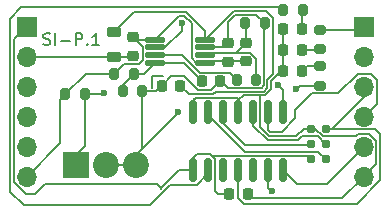
<source format=gbr>
%TF.GenerationSoftware,KiCad,Pcbnew,8.0.8*%
%TF.CreationDate,2025-02-16T13:19:37-05:00*%
%TF.ProjectId,SI-P Pressure Transducer,53492d50-2050-4726-9573-737572652054,rev?*%
%TF.SameCoordinates,Original*%
%TF.FileFunction,Copper,L1,Top*%
%TF.FilePolarity,Positive*%
%FSLAX46Y46*%
G04 Gerber Fmt 4.6, Leading zero omitted, Abs format (unit mm)*
G04 Created by KiCad (PCBNEW 8.0.8) date 2025-02-16 13:19:37*
%MOMM*%
%LPD*%
G01*
G04 APERTURE LIST*
G04 Aperture macros list*
%AMRoundRect*
0 Rectangle with rounded corners*
0 $1 Rounding radius*
0 $2 $3 $4 $5 $6 $7 $8 $9 X,Y pos of 4 corners*
0 Add a 4 corners polygon primitive as box body*
4,1,4,$2,$3,$4,$5,$6,$7,$8,$9,$2,$3,0*
0 Add four circle primitives for the rounded corners*
1,1,$1+$1,$2,$3*
1,1,$1+$1,$4,$5*
1,1,$1+$1,$6,$7*
1,1,$1+$1,$8,$9*
0 Add four rect primitives between the rounded corners*
20,1,$1+$1,$2,$3,$4,$5,0*
20,1,$1+$1,$4,$5,$6,$7,0*
20,1,$1+$1,$6,$7,$8,$9,0*
20,1,$1+$1,$8,$9,$2,$3,0*%
G04 Aperture macros list end*
%TA.AperFunction,NonConductor*%
%ADD10C,0.200000*%
%TD*%
%ADD11C,0.150000*%
%TA.AperFunction,NonConductor*%
%ADD12C,0.150000*%
%TD*%
%TA.AperFunction,ComponentPad*%
%ADD13R,2.200000X2.200000*%
%TD*%
%TA.AperFunction,ComponentPad*%
%ADD14C,2.200000*%
%TD*%
%TA.AperFunction,ComponentPad*%
%ADD15R,1.700000X1.700000*%
%TD*%
%TA.AperFunction,ComponentPad*%
%ADD16O,1.700000X1.700000*%
%TD*%
%TA.AperFunction,SMDPad,CuDef*%
%ADD17RoundRect,0.225000X-0.250000X0.225000X-0.250000X-0.225000X0.250000X-0.225000X0.250000X0.225000X0*%
%TD*%
%TA.AperFunction,SMDPad,CuDef*%
%ADD18RoundRect,0.200000X0.200000X0.275000X-0.200000X0.275000X-0.200000X-0.275000X0.200000X-0.275000X0*%
%TD*%
%TA.AperFunction,SMDPad,CuDef*%
%ADD19RoundRect,0.218750X-0.218750X-0.256250X0.218750X-0.256250X0.218750X0.256250X-0.218750X0.256250X0*%
%TD*%
%TA.AperFunction,SMDPad,CuDef*%
%ADD20RoundRect,0.125000X-0.687500X-0.125000X0.687500X-0.125000X0.687500X0.125000X-0.687500X0.125000X0*%
%TD*%
%TA.AperFunction,SMDPad,CuDef*%
%ADD21RoundRect,0.225000X0.225000X0.250000X-0.225000X0.250000X-0.225000X-0.250000X0.225000X-0.250000X0*%
%TD*%
%TA.AperFunction,SMDPad,CuDef*%
%ADD22RoundRect,0.225000X-0.225000X-0.250000X0.225000X-0.250000X0.225000X0.250000X-0.225000X0.250000X0*%
%TD*%
%TA.AperFunction,SMDPad,CuDef*%
%ADD23RoundRect,0.200000X0.275000X-0.200000X0.275000X0.200000X-0.275000X0.200000X-0.275000X-0.200000X0*%
%TD*%
%TA.AperFunction,ConnectorPad*%
%ADD24C,0.787400*%
%TD*%
%TA.AperFunction,SMDPad,CuDef*%
%ADD25RoundRect,0.200000X-0.200000X-0.275000X0.200000X-0.275000X0.200000X0.275000X-0.200000X0.275000X0*%
%TD*%
%TA.AperFunction,SMDPad,CuDef*%
%ADD26RoundRect,0.218750X0.381250X-0.218750X0.381250X0.218750X-0.381250X0.218750X-0.381250X-0.218750X0*%
%TD*%
%TA.AperFunction,SMDPad,CuDef*%
%ADD27RoundRect,0.225000X0.250000X-0.225000X0.250000X0.225000X-0.250000X0.225000X-0.250000X-0.225000X0*%
%TD*%
%TA.AperFunction,SMDPad,CuDef*%
%ADD28RoundRect,0.200000X-0.275000X0.200000X-0.275000X-0.200000X0.275000X-0.200000X0.275000X0.200000X0*%
%TD*%
%TA.AperFunction,SMDPad,CuDef*%
%ADD29RoundRect,0.150000X0.150000X-0.825000X0.150000X0.825000X-0.150000X0.825000X-0.150000X-0.825000X0*%
%TD*%
%TA.AperFunction,ViaPad*%
%ADD30C,0.600000*%
%TD*%
%TA.AperFunction,Conductor*%
%ADD31C,0.152400*%
%TD*%
G04 APERTURE END LIST*
D10*
X191900000Y-66000000D02*
X191900000Y-67000000D01*
X192800000Y-66000000D02*
X191900000Y-66000000D01*
D11*
D12*
X182689160Y-63322200D02*
X182832017Y-63369819D01*
X182832017Y-63369819D02*
X183070112Y-63369819D01*
X183070112Y-63369819D02*
X183165350Y-63322200D01*
X183165350Y-63322200D02*
X183212969Y-63274580D01*
X183212969Y-63274580D02*
X183260588Y-63179342D01*
X183260588Y-63179342D02*
X183260588Y-63084104D01*
X183260588Y-63084104D02*
X183212969Y-62988866D01*
X183212969Y-62988866D02*
X183165350Y-62941247D01*
X183165350Y-62941247D02*
X183070112Y-62893628D01*
X183070112Y-62893628D02*
X182879636Y-62846009D01*
X182879636Y-62846009D02*
X182784398Y-62798390D01*
X182784398Y-62798390D02*
X182736779Y-62750771D01*
X182736779Y-62750771D02*
X182689160Y-62655533D01*
X182689160Y-62655533D02*
X182689160Y-62560295D01*
X182689160Y-62560295D02*
X182736779Y-62465057D01*
X182736779Y-62465057D02*
X182784398Y-62417438D01*
X182784398Y-62417438D02*
X182879636Y-62369819D01*
X182879636Y-62369819D02*
X183117731Y-62369819D01*
X183117731Y-62369819D02*
X183260588Y-62417438D01*
X183689160Y-63369819D02*
X183689160Y-62369819D01*
X184165350Y-62988866D02*
X184927255Y-62988866D01*
X185403445Y-63369819D02*
X185403445Y-62369819D01*
X185403445Y-62369819D02*
X185784397Y-62369819D01*
X185784397Y-62369819D02*
X185879635Y-62417438D01*
X185879635Y-62417438D02*
X185927254Y-62465057D01*
X185927254Y-62465057D02*
X185974873Y-62560295D01*
X185974873Y-62560295D02*
X185974873Y-62703152D01*
X185974873Y-62703152D02*
X185927254Y-62798390D01*
X185927254Y-62798390D02*
X185879635Y-62846009D01*
X185879635Y-62846009D02*
X185784397Y-62893628D01*
X185784397Y-62893628D02*
X185403445Y-62893628D01*
X186403445Y-63274580D02*
X186451064Y-63322200D01*
X186451064Y-63322200D02*
X186403445Y-63369819D01*
X186403445Y-63369819D02*
X186355826Y-63322200D01*
X186355826Y-63322200D02*
X186403445Y-63274580D01*
X186403445Y-63274580D02*
X186403445Y-63369819D01*
X187403444Y-63369819D02*
X186832016Y-63369819D01*
X187117730Y-63369819D02*
X187117730Y-62369819D01*
X187117730Y-62369819D02*
X187022492Y-62512676D01*
X187022492Y-62512676D02*
X186927254Y-62607914D01*
X186927254Y-62607914D02*
X186832016Y-62655533D01*
D13*
%TO.P,J5,1,Pin_1*%
%TO.N,/PT_OUT*%
X185420000Y-73500000D03*
D14*
%TO.P,J5,2,Pin_2*%
%TO.N,+12V*%
X187960000Y-73500000D03*
%TO.P,J5,3,Pin_3*%
X190500000Y-73500000D03*
%TD*%
D15*
%TO.P,J2,1,Pin_1*%
%TO.N,+3V3*%
X181257480Y-61800000D03*
D16*
%TO.P,J2,2,Pin_2*%
%TO.N,+5V*%
X181257480Y-64340000D03*
%TO.P,J2,3,Pin_3*%
%TO.N,/RESET*%
X181257480Y-66880000D03*
%TO.P,J2,4,Pin_4*%
%TO.N,/I2C_SCL*%
X181257480Y-69420000D03*
%TO.P,J2,5,Pin_5*%
%TO.N,/I2C_SDA*%
X181257480Y-71960000D03*
%TO.P,J2,6,Pin_6*%
%TO.N,GND*%
X181257480Y-74500000D03*
%TD*%
D17*
%TO.P,C3,1*%
%TO.N,+12V*%
X198300000Y-63225000D03*
%TO.P,C3,2*%
%TO.N,GND*%
X198300000Y-64775000D03*
%TD*%
D18*
%TO.P,R2,1*%
%TO.N,+12V*%
X191050000Y-67293112D03*
%TO.P,R2,2*%
%TO.N,Net-(U2-FB)*%
X189400000Y-67293112D03*
%TD*%
D19*
%TO.P,D4,1,K*%
%TO.N,GND*%
X203012500Y-62000000D03*
%TO.P,D4,2,A*%
%TO.N,Net-(D4-A)*%
X204587500Y-62000000D03*
%TD*%
D18*
%TO.P,R3,1*%
%TO.N,Net-(U2-VDD)*%
X200725000Y-66300000D03*
%TO.P,R3,2*%
%TO.N,Net-(U2-FREQ)*%
X199075000Y-66300000D03*
%TD*%
D20*
%TO.P,U2,1,PGND*%
%TO.N,GND*%
X192175000Y-62900000D03*
%TO.P,U2,2,EN*%
%TO.N,/BOOST_SHDN*%
X192175000Y-63550000D03*
%TO.P,U2,3,FREQ*%
%TO.N,Net-(U2-FREQ)*%
X192175000Y-64200000D03*
%TO.P,U2,4,FB*%
%TO.N,Net-(U2-FB)*%
X192175000Y-64850000D03*
%TO.P,U2,5,SGND*%
%TO.N,GND*%
X196400000Y-64850000D03*
%TO.P,U2,6,VDD*%
%TO.N,Net-(U2-VDD)*%
X196400000Y-64200000D03*
%TO.P,U2,7,BOOT*%
%TO.N,+12V*%
X196400000Y-63550000D03*
%TO.P,U2,8,SW*%
%TO.N,Net-(D1-A)*%
X196400000Y-62900000D03*
%TD*%
D21*
%TO.P,C4,1*%
%TO.N,+12V*%
X197675000Y-66400000D03*
%TO.P,C4,2*%
%TO.N,Net-(U2-FB)*%
X196125000Y-66400000D03*
%TD*%
D17*
%TO.P,C5,1*%
%TO.N,Net-(U2-VDD)*%
X199800000Y-63200000D03*
%TO.P,C5,2*%
%TO.N,GND*%
X199800000Y-64750000D03*
%TD*%
D19*
%TO.P,D1,1,K*%
%TO.N,+12V*%
X192712500Y-66800000D03*
%TO.P,D1,2,A*%
%TO.N,Net-(D1-A)*%
X194287500Y-66800000D03*
%TD*%
D22*
%TO.P,C1,1*%
%TO.N,+3V3*%
X198425000Y-76000000D03*
%TO.P,C1,2*%
%TO.N,GND*%
X199975000Y-76000000D03*
%TD*%
D15*
%TO.P,J1,1,Pin_1*%
%TO.N,+3V3*%
X209800000Y-61800000D03*
D16*
%TO.P,J1,2,Pin_2*%
%TO.N,+5V*%
X209800000Y-64340000D03*
%TO.P,J1,3,Pin_3*%
%TO.N,/RESET*%
X209800000Y-66880000D03*
%TO.P,J1,4,Pin_4*%
%TO.N,/I2C_SCL*%
X209800000Y-69420000D03*
%TO.P,J1,5,Pin_5*%
%TO.N,/I2C_SDA*%
X209800000Y-71960000D03*
%TO.P,J1,6,Pin_6*%
%TO.N,GND*%
X209800000Y-74500000D03*
%TD*%
D23*
%TO.P,R6,1*%
%TO.N,+12V*%
X206100000Y-66825000D03*
%TO.P,R6,2*%
%TO.N,Net-(D2-A)*%
X206100000Y-65175000D03*
%TD*%
D24*
%TO.P,J4,1,MISO*%
%TO.N,/SPI_MISO*%
X206570000Y-73010000D03*
%TO.P,J4,2,VCC*%
%TO.N,+3V3*%
X205300000Y-73010000D03*
%TO.P,J4,3,SCK*%
%TO.N,/SPI_SCK*%
X206570000Y-71740000D03*
%TO.P,J4,4,MOSI*%
%TO.N,/SPI_MOSI*%
X205300000Y-71740000D03*
%TO.P,J4,5,~{RST}*%
%TO.N,/RESET*%
X206570000Y-70470000D03*
%TO.P,J4,6,GND*%
%TO.N,GND*%
X205300000Y-70470000D03*
%TD*%
D25*
%TO.P,R8,1*%
%TO.N,/STATUS*%
X202975000Y-60400000D03*
%TO.P,R8,2*%
%TO.N,Net-(D4-A)*%
X204625000Y-60400000D03*
%TD*%
D18*
%TO.P,R1,1*%
%TO.N,Net-(U2-FB)*%
X190325000Y-65800000D03*
%TO.P,R1,2*%
%TO.N,GND*%
X188675000Y-65800000D03*
%TD*%
D26*
%TO.P,L1,1,1*%
%TO.N,+5V*%
X188700000Y-64362500D03*
%TO.P,L1,2,2*%
%TO.N,Net-(D1-A)*%
X188700000Y-62237500D03*
%TD*%
D27*
%TO.P,C2,1*%
%TO.N,+5V*%
X190300000Y-64275000D03*
%TO.P,C2,2*%
%TO.N,GND*%
X190300000Y-62725000D03*
%TD*%
D28*
%TO.P,R7,1*%
%TO.N,+3V3*%
X206100000Y-62075000D03*
%TO.P,R7,2*%
%TO.N,Net-(D3-A)*%
X206100000Y-63725000D03*
%TD*%
D25*
%TO.P,R4,1*%
%TO.N,Net-(U2-VDD)*%
X199775000Y-61500000D03*
%TO.P,R4,2*%
%TO.N,+12V*%
X201425000Y-61500000D03*
%TD*%
D18*
%TO.P,R5,1*%
%TO.N,/PT_OUT*%
X186200000Y-67500000D03*
%TO.P,R5,2*%
%TO.N,GND*%
X184550000Y-67500000D03*
%TD*%
D19*
%TO.P,D3,1,K*%
%TO.N,GND*%
X203000000Y-63800000D03*
%TO.P,D3,2,A*%
%TO.N,Net-(D3-A)*%
X204575000Y-63800000D03*
%TD*%
%TO.P,D2,1,K*%
%TO.N,GND*%
X203012500Y-65600000D03*
%TO.P,D2,2,A*%
%TO.N,Net-(D2-A)*%
X204587500Y-65600000D03*
%TD*%
D29*
%TO.P,U1,1,VCC*%
%TO.N,+3V3*%
X195390000Y-73975000D03*
%TO.P,U1,2,XTAL1/PB0*%
%TO.N,/STATUS*%
X196660000Y-73975000D03*
%TO.P,U1,3,XTAL2/PB1*%
%TO.N,unconnected-(U1-XTAL2{slash}PB1-Pad3)*%
X197930000Y-73975000D03*
%TO.P,U1,4,~{RESET}/PB3*%
%TO.N,/RESET*%
X199200000Y-73975000D03*
%TO.P,U1,5,PB2*%
%TO.N,unconnected-(U1-PB2-Pad5)*%
X200470000Y-73975000D03*
%TO.P,U1,6,PA7*%
%TO.N,/BOOST_SHDN*%
X201740000Y-73975000D03*
%TO.P,U1,7,PA6*%
%TO.N,/I2C_SDA*%
X203010000Y-73975000D03*
%TO.P,U1,8,PA5*%
%TO.N,/PT_OUT*%
X203010000Y-69025000D03*
%TO.P,U1,9,PA4*%
%TO.N,/I2C_SCL*%
X201740000Y-69025000D03*
%TO.P,U1,10,PA3*%
%TO.N,/SPI_SCK*%
X200470000Y-69025000D03*
%TO.P,U1,11,PA2*%
%TO.N,GND*%
X199200000Y-69025000D03*
%TO.P,U1,12,PA1*%
%TO.N,/SPI_MOSI*%
X197930000Y-69025000D03*
%TO.P,U1,13,AREF/PA0*%
%TO.N,/SPI_MISO*%
X196660000Y-69025000D03*
%TO.P,U1,14,GND*%
%TO.N,GND*%
X195390000Y-69025000D03*
%TD*%
D30*
%TO.N,+12V*%
X204100000Y-67100000D03*
X194100000Y-69000000D03*
%TO.N,/PT_OUT*%
X187800000Y-67400000D03*
X202544109Y-66734906D03*
%TO.N,/BOOST_SHDN*%
X202000000Y-75700000D03*
X194400000Y-61500000D03*
%TD*%
D31*
%TO.N,+12V*%
X190500000Y-73500000D02*
X187960000Y-73500000D01*
X190864406Y-72321293D02*
X191092850Y-72092850D01*
X191092850Y-72092850D02*
X194100000Y-69085699D01*
X190500000Y-72685700D02*
X191092850Y-72092850D01*
X190500000Y-73500000D02*
X190500000Y-72685700D01*
%TO.N,/PT_OUT*%
X186200000Y-71905699D02*
X186052850Y-72052850D01*
X186052850Y-72052850D02*
X185784406Y-72321293D01*
X185420000Y-73500000D02*
X185420000Y-72685700D01*
X185420000Y-72685700D02*
X186052850Y-72052850D01*
%TO.N,+3V3*%
X192668948Y-75500000D02*
X194193948Y-73975000D01*
X192668948Y-75500000D02*
X192332748Y-75163800D01*
X192626461Y-75542487D02*
X192668948Y-75500000D01*
X182836200Y-75163800D02*
X182000000Y-76000000D01*
X192332748Y-75163800D02*
X182836200Y-75163800D01*
X182000000Y-76000000D02*
X181232109Y-76000000D01*
X180178880Y-74946771D02*
X180178880Y-62878600D01*
X181232109Y-76000000D02*
X180178880Y-74946771D01*
X180178880Y-62878600D02*
X181257480Y-61800000D01*
X194193948Y-73975000D02*
X195390000Y-73975000D01*
%TO.N,/STATUS*%
X202975000Y-60400000D02*
X202761800Y-60186800D01*
X202761800Y-60186800D02*
X180813200Y-60186800D01*
X180813200Y-60186800D02*
X179874080Y-61125920D01*
X191683751Y-76916249D02*
X193421400Y-75178600D01*
X195721400Y-75178600D02*
X196660000Y-74240000D01*
X179874080Y-61125920D02*
X179874080Y-75774080D01*
X181016249Y-76916249D02*
X191683751Y-76916249D01*
X179874080Y-75774080D02*
X181016249Y-76916249D01*
X193421400Y-75178600D02*
X195721400Y-75178600D01*
X196660000Y-74240000D02*
X196660000Y-73975000D01*
%TO.N,GND*%
X207973800Y-76326200D02*
X209800000Y-74500000D01*
X199200000Y-68050001D02*
X199636801Y-67613200D01*
X190744122Y-64953600D02*
X191100000Y-64597722D01*
X203012500Y-62000000D02*
X203012500Y-65600000D01*
X192175000Y-62900000D02*
X194201200Y-60873800D01*
X210878600Y-71513229D02*
X210878600Y-73421400D01*
X194201200Y-60873800D02*
X194559381Y-60873800D01*
X195390000Y-69025000D02*
X195390000Y-68050001D01*
X200301200Y-76326200D02*
X207973800Y-76326200D01*
X209134629Y-71100000D02*
X209353229Y-70881400D01*
X195618601Y-67821400D02*
X199121400Y-67821400D01*
X199636801Y-67613200D02*
X200900000Y-67613200D01*
X205300000Y-70470000D02*
X205689934Y-70470000D01*
X210878600Y-73421400D02*
X209800000Y-74500000D01*
X209353229Y-70881400D02*
X210246771Y-70881400D01*
X204743225Y-70470000D02*
X204113225Y-71100000D01*
X184055806Y-71701674D02*
X181257480Y-74500000D01*
X195390000Y-68050001D02*
X195618601Y-67821400D01*
X201800000Y-71100000D02*
X200998600Y-70298600D01*
X195587501Y-64850000D02*
X196400000Y-64850000D01*
X205689934Y-70470000D02*
X206319934Y-71100000D01*
X206319934Y-71100000D02*
X209134629Y-71100000D01*
X192175000Y-62900000D02*
X190375000Y-62900000D01*
X186250000Y-65800000D02*
X188675000Y-65800000D01*
X184055806Y-67994194D02*
X184055806Y-71701674D01*
X196500000Y-64750000D02*
X196400000Y-64850000D01*
X201963200Y-66430234D02*
X202793434Y-65600000D01*
X184550000Y-67500000D02*
X184055806Y-67994194D01*
X188675000Y-65800000D02*
X189521400Y-64953600D01*
X190375000Y-62900000D02*
X190300000Y-62825000D01*
X191100000Y-64597722D02*
X191100000Y-63525000D01*
X194559381Y-60873800D02*
X195226200Y-61540619D01*
X200998600Y-67711800D02*
X200900000Y-67613200D01*
X195226200Y-61540619D02*
X195226200Y-64488699D01*
X201474299Y-67613200D02*
X201963200Y-67124299D01*
X199200000Y-67900000D02*
X199200000Y-69025000D01*
X200998600Y-70298600D02*
X200998600Y-67711800D01*
X210246771Y-70881400D02*
X210878600Y-71513229D01*
X189521400Y-64953600D02*
X190744122Y-64953600D01*
X201963200Y-67124299D02*
X201963200Y-66430234D01*
X205300000Y-70470000D02*
X204743225Y-70470000D01*
X199975000Y-76000000D02*
X200301200Y-76326200D01*
X200900000Y-67613200D02*
X201474299Y-67613200D01*
X199800000Y-64750000D02*
X196500000Y-64750000D01*
X195226200Y-64488699D02*
X195587501Y-64850000D01*
X184550000Y-67500000D02*
X186250000Y-65800000D01*
X202793434Y-65600000D02*
X203012500Y-65600000D01*
X204113225Y-71100000D02*
X201800000Y-71100000D01*
X199200000Y-69025000D02*
X199200000Y-68050001D01*
X191100000Y-63525000D02*
X190300000Y-62725000D01*
X199121400Y-67821400D02*
X199200000Y-67900000D01*
%TO.N,+3V3*%
X195390000Y-72910000D02*
X195390000Y-73975000D01*
X195700000Y-72600000D02*
X195390000Y-72910000D01*
X196970978Y-72771400D02*
X196799578Y-72600000D01*
X209525000Y-62075000D02*
X209800000Y-61800000D01*
X205300000Y-73010000D02*
X205061400Y-72771400D01*
X197188600Y-75711400D02*
X197188600Y-72989022D01*
X197477200Y-76000000D02*
X197188600Y-75711400D01*
X198425000Y-76000000D02*
X197477200Y-76000000D01*
X196799578Y-72600000D02*
X195700000Y-72600000D01*
X197188600Y-72989022D02*
X196799578Y-72600000D01*
X197188600Y-75761400D02*
X197188600Y-75711400D01*
X206100000Y-62075000D02*
X209525000Y-62075000D01*
X205061400Y-72771400D02*
X196970978Y-72771400D01*
%TO.N,+5V*%
X181292480Y-64375000D02*
X181257480Y-64340000D01*
X190300000Y-64375000D02*
X181292480Y-64375000D01*
%TO.N,+12V*%
X193512500Y-66000000D02*
X192712500Y-66800000D01*
X191056888Y-67300000D02*
X191050000Y-67293112D01*
X206100000Y-66825000D02*
X204375000Y-66825000D01*
X200721400Y-60796400D02*
X201425000Y-61500000D01*
X198278600Y-67003600D02*
X201165348Y-67003600D01*
X192700000Y-66800000D02*
X192206888Y-67293112D01*
X198300000Y-61431052D02*
X198934652Y-60796400D01*
X192206888Y-67293112D02*
X191050000Y-67293112D01*
X198300000Y-63225000D02*
X198300000Y-61431052D01*
X191050000Y-72135699D02*
X190864406Y-72321293D01*
X192712500Y-66800000D02*
X192700000Y-66800000D01*
X194100000Y-69085699D02*
X194100000Y-69000000D01*
X201353600Y-66758074D02*
X201353600Y-62046400D01*
X194601210Y-66000000D02*
X193512500Y-66000000D01*
X197675000Y-66400000D02*
X196863200Y-67211800D01*
X201165348Y-67003600D02*
X201308309Y-66860639D01*
X197675000Y-66400000D02*
X198278600Y-67003600D01*
X197975000Y-63550000D02*
X198300000Y-63225000D01*
X196400000Y-63550000D02*
X197975000Y-63550000D01*
X191050000Y-67293112D02*
X191050000Y-72135699D01*
X198934652Y-60796400D02*
X200721400Y-60796400D01*
X201308309Y-66803365D02*
X201353600Y-66758074D01*
X195813010Y-67211800D02*
X194601210Y-66000000D01*
X201308309Y-66860639D02*
X201308309Y-66803365D01*
X196863200Y-67211800D02*
X195813010Y-67211800D01*
X204375000Y-66825000D02*
X204100000Y-67100000D01*
X201425000Y-61975000D02*
X201425000Y-61500000D01*
X201353600Y-62046400D02*
X201425000Y-61975000D01*
%TO.N,Net-(U2-FB)*%
X191225000Y-65800000D02*
X192175000Y-64850000D01*
X192175000Y-64850000D02*
X194575000Y-64850000D01*
X189400000Y-67293112D02*
X189400000Y-66725000D01*
X189400000Y-66725000D02*
X190325000Y-65800000D01*
X194575000Y-64850000D02*
X196125000Y-66400000D01*
X190325000Y-65800000D02*
X191225000Y-65800000D01*
%TO.N,Net-(D1-A)*%
X201503274Y-60491600D02*
X202100000Y-61088326D01*
X198808400Y-60491600D02*
X201503274Y-60491600D01*
X196400000Y-62900000D02*
X198808400Y-60491600D01*
X201658400Y-66303982D02*
X201658400Y-66998047D01*
X190368500Y-60569000D02*
X194785633Y-60569000D01*
X197083400Y-67516600D02*
X195004100Y-67516600D01*
X196400000Y-62183367D02*
X196400000Y-62900000D01*
X195004100Y-67516600D02*
X194287500Y-66800000D01*
X194785633Y-60569000D02*
X196400000Y-62183367D01*
X197291600Y-67308400D02*
X197083400Y-67516600D01*
X201658400Y-66998047D02*
X201348047Y-67308400D01*
X202100000Y-61088326D02*
X202100000Y-65862382D01*
X202100000Y-65862382D02*
X201658400Y-66303982D01*
X188700000Y-62237500D02*
X190368500Y-60569000D01*
X201348047Y-67308400D02*
X197291600Y-67308400D01*
%TO.N,Net-(D2-A)*%
X206100000Y-65175000D02*
X205012500Y-65175000D01*
X205012500Y-65175000D02*
X204587500Y-65600000D01*
%TO.N,Net-(D3-A)*%
X204575000Y-63800000D02*
X206025000Y-63800000D01*
X206025000Y-63800000D02*
X206100000Y-63725000D01*
%TO.N,Net-(D4-A)*%
X204587500Y-60437500D02*
X204625000Y-60400000D01*
X204587500Y-62000000D02*
X204587500Y-60437500D01*
%TO.N,/RESET*%
X209800000Y-67796775D02*
X209800000Y-66880000D01*
X211183400Y-70883400D02*
X210800000Y-70500000D01*
X199200000Y-73975000D02*
X199200000Y-76347722D01*
X209200000Y-76800000D02*
X211183400Y-74816600D01*
X211183400Y-74816600D02*
X211183400Y-70883400D01*
X199652278Y-76800000D02*
X209200000Y-76800000D01*
X206570000Y-70470000D02*
X207126775Y-70470000D01*
X210800000Y-70500000D02*
X206600000Y-70500000D01*
X206600000Y-70500000D02*
X206570000Y-70470000D01*
X199200000Y-76347722D02*
X199652278Y-76800000D01*
X207126775Y-70470000D02*
X209800000Y-67796775D01*
%TO.N,/I2C_SCL*%
X202849578Y-70700000D02*
X204000000Y-69549578D01*
X209298600Y-65801400D02*
X210401400Y-65801400D01*
X205446400Y-67453600D02*
X207646400Y-67453600D01*
X201900000Y-70700000D02*
X201740000Y-70540000D01*
X204000000Y-69549578D02*
X204000000Y-68900000D01*
X210900000Y-66300000D02*
X210900000Y-68320000D01*
X210900000Y-68320000D02*
X209800000Y-69420000D01*
X210401400Y-65801400D02*
X210900000Y-66300000D01*
X201740000Y-70540000D02*
X201740000Y-69025000D01*
X207646400Y-67453600D02*
X209298600Y-65801400D01*
X201900000Y-70700000D02*
X202849578Y-70700000D01*
X204000000Y-68900000D02*
X205446400Y-67453600D01*
%TO.N,/I2C_SDA*%
X206658500Y-75101500D02*
X209800000Y-71960000D01*
X204136500Y-75101500D02*
X206658500Y-75101500D01*
X203010000Y-73975000D02*
X204136500Y-75101500D01*
%TO.N,/PT_OUT*%
X203010000Y-67200797D02*
X202544109Y-66734906D01*
X203010000Y-69025000D02*
X203010000Y-67200797D01*
X186200000Y-67500000D02*
X186200000Y-71905699D01*
X187800000Y-67400000D02*
X187700000Y-67500000D01*
X187700000Y-67500000D02*
X186200000Y-67500000D01*
%TO.N,Net-(U2-FREQ)*%
X198471400Y-65696400D02*
X195930370Y-65696400D01*
X199075000Y-66300000D02*
X198471400Y-65696400D01*
X195930370Y-65696400D02*
X194433970Y-64200000D01*
X194433970Y-64200000D02*
X192175000Y-64200000D01*
%TO.N,/SPI_MISO*%
X199778122Y-72387700D02*
X196660000Y-69269578D01*
X196660000Y-69269578D02*
X196660000Y-69025000D01*
X205947700Y-72387700D02*
X199778122Y-72387700D01*
X206570000Y-73010000D02*
X205947700Y-72387700D01*
%TO.N,/SPI_MOSI*%
X199739601Y-71809600D02*
X197930000Y-69999999D01*
X205300000Y-71740000D02*
X205230400Y-71809600D01*
X197930000Y-69999999D02*
X197930000Y-69025000D01*
X205230400Y-71809600D02*
X199739601Y-71809600D01*
%TO.N,/SPI_SCK*%
X205893682Y-71104800D02*
X204539477Y-71104800D01*
X200470000Y-70201052D02*
X200470000Y-69025000D01*
X201673748Y-71404800D02*
X200470000Y-70201052D01*
X206570000Y-71740000D02*
X206528882Y-71740000D01*
X204239477Y-71404800D02*
X201673748Y-71404800D01*
X204539477Y-71104800D02*
X204239477Y-71404800D01*
X206528882Y-71740000D02*
X205893682Y-71104800D01*
%TO.N,/BOOST_SHDN*%
X192175000Y-63550000D02*
X192987499Y-63550000D01*
X194400000Y-62137499D02*
X194400000Y-61500000D01*
X192987499Y-63550000D02*
X194400000Y-62137499D01*
X201740000Y-75440000D02*
X201740000Y-73975000D01*
X202000000Y-75700000D02*
X201740000Y-75440000D01*
%TO.N,Net-(U2-VDD)*%
X200725000Y-66300000D02*
X200725000Y-64552278D01*
X198800000Y-64028600D02*
X196571400Y-64028600D01*
X200201322Y-64028600D02*
X198800000Y-64028600D01*
X199800000Y-63200000D02*
X198971400Y-64028600D01*
X199800000Y-63200000D02*
X199800000Y-61525000D01*
X196571400Y-64028600D02*
X196400000Y-64200000D01*
X199800000Y-61525000D02*
X199775000Y-61500000D01*
X200725000Y-64552278D02*
X200201322Y-64028600D01*
X198971400Y-64028600D02*
X198800000Y-64028600D01*
X195733970Y-64200000D02*
X196400000Y-64200000D01*
%TD*%
M02*

</source>
